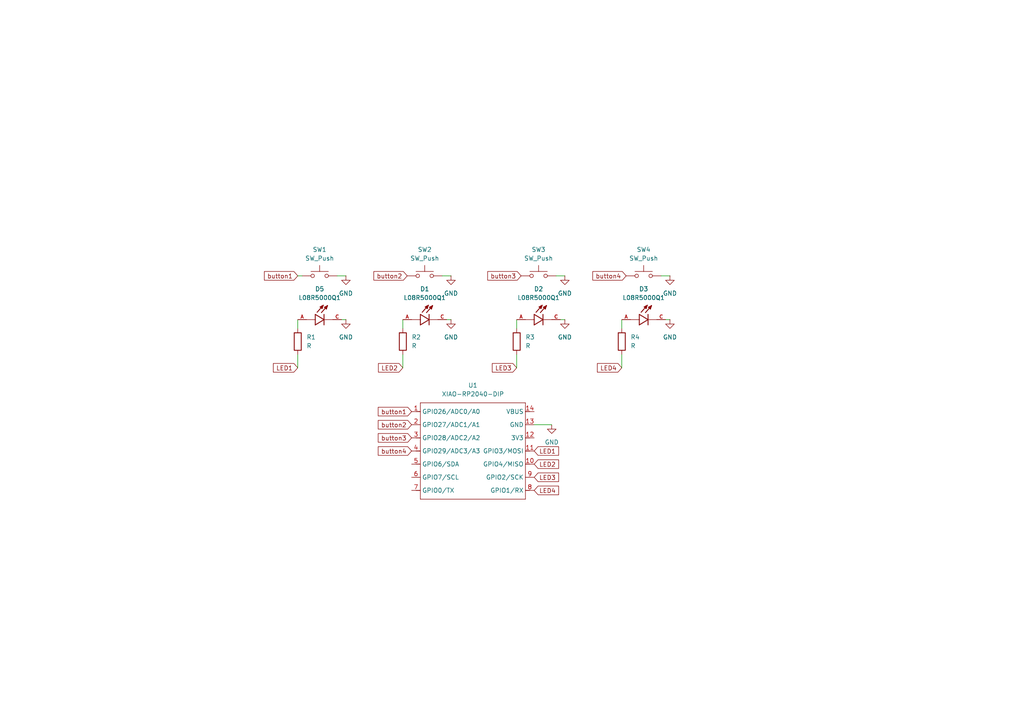
<source format=kicad_sch>
(kicad_sch (version 20250114) (generator "eeschema") (generator_version "9.0")
  (paper "A4")
  (lib_symbols
    (symbol "Device:R" (pin_numbers (hide yes)) (pin_names (offset 0))
      (property "Reference" "R" (at 2.032 0 90))
      (property "Value" "R" (at 0 0 90))
      (symbol "R_0_1"
        (rectangle (start -1.016 -2.54) (end 1.016 2.54) (stroke (width 0.254)))
      )
      (symbol "R_1_1"
        (pin passive line (at 0 3.81 270) (length 1.27) (name "~") (number "1"))
        (pin passive line (at 0 -3.81 90) (length 1.27) (name "~") (number "2"))
      )
    )
    (symbol "L08R5000Q1:L08R5000Q1" (pin_names (offset 1.016))
      (property "Reference" "D" (at -3.0988 4.4958 0))
      (property "Value" "L08R5000Q1" (at -3.556 -3.302 0))
      (symbol "L08R5000Q1_0_0"
        (polyline (pts (xy -2.54 1.524) (xy -2.54 0)) (stroke (width 0.254)))
        (polyline (pts (xy -2.54 0) (xy -5.08 0)) (stroke (width 0.1524)))
        (polyline (pts (xy -2.54 0) (xy -2.54 -1.524)) (stroke (width 0.254)))
        (polyline (pts (xy -2.54 -1.524) (xy 0 0)) (stroke (width 0.254)))
        (polyline (pts (xy -1.1176 3.683) (xy -0.2286 4.1656)) (stroke (width 0.254)))
        (polyline (pts (xy -0.9398 3.6068) (xy -0.7112 3.7592)) (stroke (width 0.254)))
        (polyline (pts (xy -0.5588 3.2004) (xy -1.1176 3.683)) (stroke (width 0.254)))
        (polyline (pts (xy -0.5588 3.2004) (xy -0.5334 3.937)) (stroke (width 0.254)))
        (polyline (pts (xy -0.5334 3.937) (xy -0.6604 3.937)) (stroke (width 0.254)))
        (polyline (pts (xy -0.2286 4.1656) (xy -2.0066 2.1336)) (stroke (width 0.254)))
        (polyline (pts (xy -0.2286 4.1656) (xy -0.5588 3.2004)) (stroke (width 0.254)))
        (polyline (pts (xy 0 1.524) (xy 0 0)) (stroke (width 0.254)))
        (polyline (pts (xy 0 0) (xy -2.54 1.524)) (stroke (width 0.254)))
        (polyline (pts (xy 0 0) (xy 0 -1.524)) (stroke (width 0.254)))
        (polyline (pts (xy 0.127 3.5814) (xy 1.016 4.064)) (stroke (width 0.254)))
        (polyline (pts (xy 0.3048 3.5052) (xy 0.5334 3.6576)) (stroke (width 0.254)))
        (polyline (pts (xy 0.6858 3.0988) (xy 0.127 3.5814)) (stroke (width 0.254)))
        (polyline (pts (xy 0.6858 3.0988) (xy 0.7112 3.8354)) (stroke (width 0.254)))
        (polyline (pts (xy 0.7112 3.8354) (xy 0.5842 3.8354)) (stroke (width 0.254)))
        (polyline (pts (xy 1.016 4.064) (xy -0.762 2.032)) (stroke (width 0.254)))
        (polyline (pts (xy 1.016 4.064) (xy 0.6858 3.0988)) (stroke (width 0.254)))
        (polyline (pts (xy 2.54 0) (xy 0 0)) (stroke (width 0.1524)))
        (pin passive line (at -7.62 0 0) (length 2.54) (name "~") (number "A"))
        (pin passive line (at 5.08 0 180) (length 2.54) (name "~") (number "C"))
      )
    )
    (symbol "OPL:XIAO-RP2040-DIP"
      (property "Reference" "U" (at 0 0 0))
      (property "Value" "XIAO-RP2040-DIP" (at 5.334 -1.778 0))
      (symbol "XIAO-RP2040-DIP_1_0"
        (polyline (pts (xy -1.27 -2.54) (xy 29.21 -2.54)) (stroke (width 0.1524)))
        (polyline (pts (xy -1.27 -5.08) (xy -2.54 -5.08)) (stroke (width 0.1524)))
        (polyline (pts (xy -1.27 -5.08) (xy -1.27 -2.54)) (stroke (width 0.1524)))
        (polyline (pts (xy -1.27 -8.89) (xy -2.54 -8.89)) (stroke (width 0.1524)))
        (polyline (pts (xy -1.27 -8.89) (xy -1.27 -5.08)) (stroke (width 0.1524)))
        (polyline (pts (xy -1.27 -12.7) (xy -2.54 -12.7)) (stroke (width 0.1524)))
        (polyline (pts (xy -1.27 -12.7) (xy -1.27 -8.89)) (stroke (width 0.1524)))
        (polyline (pts (xy -1.27 -16.51) (xy -2.54 -16.51)) (stroke (width 0.1524)))
        (polyline (pts (xy -1.27 -16.51) (xy -1.27 -12.7)) (stroke (width 0.1524)))
        (polyline (pts (xy -1.27 -20.32) (xy -2.54 -20.32)) (stroke (width 0.1524)))
        (polyline (pts (xy -1.27 -24.13) (xy -2.54 -24.13)) (stroke (width 0.1524)))
        (polyline (pts (xy -1.27 -27.94) (xy -2.54 -27.94)) (stroke (width 0.1524)))
        (polyline (pts (xy -1.27 -30.48) (xy -1.27 -16.51)) (stroke (width 0.1524)))
        (polyline (pts (xy 29.21 -2.54) (xy 29.21 -5.08)) (stroke (width 0.1524)))
        (polyline (pts (xy 29.21 -5.08) (xy 29.21 -8.89)) (stroke (width 0.1524)))
        (polyline (pts (xy 29.21 -8.89) (xy 29.21 -12.7)) (stroke (width 0.1524)))
        (polyline (pts (xy 29.21 -12.7) (xy 29.21 -30.48)) (stroke (width 0.1524)))
        (polyline (pts (xy 29.21 -30.48) (xy -1.27 -30.48)) (stroke (width 0.1524)))
        (polyline (pts (xy 30.48 -5.08) (xy 29.21 -5.08)) (stroke (width 0.1524)))
        (polyline (pts (xy 30.48 -8.89) (xy 29.21 -8.89)) (stroke (width 0.1524)))
        (polyline (pts (xy 30.48 -12.7) (xy 29.21 -12.7)) (stroke (width 0.1524)))
        (polyline (pts (xy 30.48 -16.51) (xy 29.21 -16.51)) (stroke (width 0.1524)))
        (polyline (pts (xy 30.48 -20.32) (xy 29.21 -20.32)) (stroke (width 0.1524)))
        (polyline (pts (xy 30.48 -24.13) (xy 29.21 -24.13)) (stroke (width 0.1524)))
        (polyline (pts (xy 30.48 -27.94) (xy 29.21 -27.94)) (stroke (width 0.1524)))
        (pin passive line (at -3.81 -5.08 0) (length 2.54) (name "GPIO26/ADC0/A0") (number "1"))
        (pin passive line (at -3.81 -8.89 0) (length 2.54) (name "GPIO27/ADC1/A1") (number "2"))
        (pin passive line (at -3.81 -12.7 0) (length 2.54) (name "GPIO28/ADC2/A2") (number "3"))
        (pin passive line (at -3.81 -16.51 0) (length 2.54) (name "GPIO29/ADC3/A3") (number "4"))
        (pin passive line (at -3.81 -20.32 0) (length 2.54) (name "GPIO6/SDA") (number "5"))
        (pin passive line (at -3.81 -24.13 0) (length 2.54) (name "GPIO7/SCL") (number "6"))
        (pin passive line (at -3.81 -27.94 0) (length 2.54) (name "GPIO0/TX") (number "7"))
        (pin passive line (at 31.75 -5.08 180) (length 2.54) (name "VBUS") (number "14"))
        (pin passive line (at 31.75 -8.89 180) (length 2.54) (name "GND") (number "13"))
        (pin passive line (at 31.75 -12.7 180) (length 2.54) (name "3V3") (number "12"))
        (pin passive line (at 31.75 -16.51 180) (length 2.54) (name "GPIO3/MOSI") (number "11"))
        (pin passive line (at 31.75 -20.32 180) (length 2.54) (name "GPIO4/MISO") (number "10"))
        (pin passive line (at 31.75 -24.13 180) (length 2.54) (name "GPIO2/SCK") (number "9"))
        (pin passive line (at 31.75 -27.94 180) (length 2.54) (name "GPIO1/RX") (number "8"))
      )
    )
    (symbol "Switch:SW_Push" (pin_numbers (hide yes)) (pin_names (offset 1.016) (hide yes))
      (property "Reference" "SW" (at 1.27 2.54 0))
      (property "Value" "SW_Push" (at 0 -1.524 0))
      (symbol "SW_Push_0_1"
        (circle (center -2.032 0) (radius 0.508))
        (polyline (pts (xy 0 1.27) (xy 0 3.048)))
        (circle (center 2.032 0) (radius 0.508))
        (polyline (pts (xy 2.54 1.27) (xy -2.54 1.27)))
        (pin passive line (at -5.08 0 0) (length 2.54) (name "1") (number "1"))
        (pin passive line (at 5.08 0 180) (length 2.54) (name "2") (number "2"))
      )
    )
    (symbol "power:GND" (power) (pin_numbers (hide yes)) (pin_names (offset 0) (hide yes))
      (property "Value" "GND" (at 0 -3.81 0))
      (symbol "GND_0_1"
        (polyline (pts (xy 0 0) (xy 0 -1.27) (xy 1.27 -1.27) (xy 0 -2.54) (xy -1.27 -1.27) (xy 0 -1.27)))
      )
      (symbol "GND_1_1"
        (pin power_in line (at 0 0 270) (length 0) (name "~") (number "1"))
      )
    )
  )
  (wire (pts (xy 129.54 92.71) (xy 130.81 92.71)))
  (wire (pts (xy 154.94 123.19) (xy 160.02 123.19)))
  (wire (pts (xy 193.04 92.71) (xy 194.31 92.71)))
  (wire (pts (xy 128.27 80.01) (xy 130.81 80.01)))
  (wire (pts (xy 161.29 80.01) (xy 163.83 80.01)))
  (wire (pts (xy 116.84 102.87) (xy 116.84 106.68)))
  (wire (pts (xy 162.56 92.71) (xy 163.83 92.71)))
  (wire (pts (xy 87.63 80.01) (xy 86.36 80.01)))
  (wire (pts (xy 149.86 95.25) (xy 149.86 92.71)))
  (wire (pts (xy 97.79 80.01) (xy 100.33 80.01)))
  (wire (pts (xy 86.36 95.25) (xy 86.36 92.71)))
  (wire (pts (xy 116.84 95.25) (xy 116.84 92.71)))
  (wire (pts (xy 99.06 92.71) (xy 100.33 92.71)))
  (wire (pts (xy 191.77 80.01) (xy 194.31 80.01)))
  (wire (pts (xy 86.36 102.87) (xy 86.36 106.68)))
  (wire (pts (xy 149.86 102.87) (xy 149.86 106.68)))
  (wire (pts (xy 180.34 95.25) (xy 180.34 92.71)))
  (wire (pts (xy 180.34 102.87) (xy 180.34 106.68)))
  (global_label "LED1" (shape input) (at 86.36 106.68 180) (property "Intersheetrefs" "${INTERSHEET_REFS}" (effects (hide yes))))
  (global_label "button3" (shape input) (at 151.13 80.01 180) (property "Intersheetrefs" "${INTERSHEET_REFS}" (effects (hide yes))))
  (global_label "button4" (shape input) (at 181.61 80.01 180) (property "Intersheetrefs" "${INTERSHEET_REFS}" (effects (hide yes))))
  (global_label "button3" (shape input) (at 119.38 127 180) (property "Intersheetrefs" "${INTERSHEET_REFS}" (effects (hide yes))))
  (global_label "LED4" (shape input) (at 180.34 106.68 180) (property "Intersheetrefs" "${INTERSHEET_REFS}" (effects (hide yes))))
  (global_label "LED3" (shape input) (at 149.86 106.68 180) (property "Intersheetrefs" "${INTERSHEET_REFS}" (effects (hide yes))))
  (global_label "LED2" (shape input) (at 154.94 134.62 0) (property "Intersheetrefs" "${INTERSHEET_REFS}" (effects (hide yes))))
  (global_label "LED4" (shape input) (at 154.94 142.24 0) (property "Intersheetrefs" "${INTERSHEET_REFS}" (effects (hide yes))))
  (global_label "button1" (shape input) (at 86.36 80.01 180) (property "Intersheetrefs" "${INTERSHEET_REFS}" (effects (hide yes))))
  (global_label "LED1" (shape input) (at 154.94 130.81 0) (property "Intersheetrefs" "${INTERSHEET_REFS}" (effects (hide yes))))
  (global_label "button4" (shape input) (at 119.38 130.81 180) (property "Intersheetrefs" "${INTERSHEET_REFS}" (effects (hide yes))))
  (global_label "button1" (shape input) (at 119.38 119.38 180) (property "Intersheetrefs" "${INTERSHEET_REFS}" (effects (hide yes))))
  (global_label "button2" (shape input) (at 118.11 80.01 180) (property "Intersheetrefs" "${INTERSHEET_REFS}" (effects (hide yes))))
  (global_label "button2" (shape input) (at 119.38 123.19 180) (property "Intersheetrefs" "${INTERSHEET_REFS}" (effects (hide yes))))
  (global_label "LED3" (shape input) (at 154.94 138.43 0) (property "Intersheetrefs" "${INTERSHEET_REFS}" (effects (hide yes))))
  (global_label "LED2" (shape input) (at 116.84 106.68 180) (property "Intersheetrefs" "${INTERSHEET_REFS}" (effects (hide yes))))
  (symbol (lib_id "Device:R") (at 86.36 99.06 0) (unit 1)
    (property "Reference" "R1" (at 88.9 97.7899 0) (effects (justify left)))
    (property "Value" "R" (at 88.9 100.3299 0) (effects (justify left)))
    (property "Footprint" "Resistor_THT:R_Axial_DIN0204_L3.6mm_D1.6mm_P5.08mm_Horizontal" (effects (hide yes)))
    (property "Description" "Resistor" (effects (hide yes)))
  )
  (symbol (lib_id "power:GND") (at 160.02 123.19 0) (unit 1)
    (property "Reference" "#PWR01" (effects (hide yes)))
    (property "Value" "GND" (at 160.02 128.27 0))
    (property "Description" "Power symbol creates a global label with name \"GND\" , ground" (effects (hide yes)))
  )
  (symbol (lib_id "L08R5000Q1:L08R5000Q1") (at 93.98 92.71 0) (unit 1)
    (property "Reference" "D5" (at 92.71 83.82 0))
    (property "Value" "L08R5000Q1" (at 92.71 86.36 0))
    (property "Footprint" "L08R5000Q1:LEDRD254W57D500H1070" (effects (hide yes)))
    (property "MF" "LED Technology" (effects (hide yes)))
    (property "MAXIMUM_PACKAGE_HEIGHT" "10.7mm" (effects (hide yes)))
    (property "Package" "None" (effects (hide yes)))
    (property "Price" "None" (effects (hide yes)))
    (property "Check_prices" "https://www.snapeda.com/parts/L08R5000Q1/LED+Technology/view-part/?ref=eda" (effects (hide yes)))
    (property "STANDARD" "IPC-7351B" (effects (hide yes)))
    (property "PARTREV" "NA" (effects (hide yes)))
    (property "SnapEDA_Link" "https://www.snapeda.com/parts/L08R5000Q1/LED+Technology/view-part/?ref=snap" (effects (hide yes)))
    (property "MP" "L08R5000Q1" (effects (hide yes)))
    (property "Description_1" "LED, 5MM, ORANGE; LED / Lamp Size: 5mm / T-1 3/4; LED Colour: Orange; Typ Luminous Intensity: 4.3mcd; Viewing Angle: ..." (effects (hide yes)))
    (property "Availability" "Not in stock" (effects (hide yes)))
    (property "MANUFACTURER" "LED TECHNOLOGY" (effects (hide yes)))
  )
  (symbol (lib_id "power:GND") (at 163.83 80.01 0) (unit 1)
    (property "Reference" "#PWR04" (effects (hide yes)))
    (property "Value" "GND" (at 163.83 85.09 0))
    (property "Description" "Power symbol creates a global label with name \"GND\" , ground" (effects (hide yes)))
  )
  (symbol (lib_id "Switch:SW_Push") (at 186.69 80.01 0) (unit 1)
    (property "Reference" "SW4" (at 186.69 72.39 0))
    (property "Value" "SW_Push" (at 186.69 74.93 0))
    (property "Footprint" "Button_Switch_Keyboard:SW_Cherry_MX_1.00u_PCB" (effects (hide yes)))
    (property "Description" "Push button switch, generic, two pins" (effects (hide yes)))
  )
  (symbol (lib_id "L08R5000Q1:L08R5000Q1") (at 124.46 92.71 0) (unit 1)
    (property "Reference" "D1" (at 123.19 83.82 0))
    (property "Value" "L08R5000Q1" (at 123.19 86.36 0))
    (property "Footprint" "L08R5000Q1:LEDRD254W57D500H1070" (effects (hide yes)))
    (property "MF" "LED Technology" (effects (hide yes)))
    (property "MAXIMUM_PACKAGE_HEIGHT" "10.7mm" (effects (hide yes)))
    (property "Package" "None" (effects (hide yes)))
    (property "Price" "None" (effects (hide yes)))
    (property "Check_prices" "https://www.snapeda.com/parts/L08R5000Q1/LED+Technology/view-part/?ref=eda" (effects (hide yes)))
    (property "STANDARD" "IPC-7351B" (effects (hide yes)))
    (property "PARTREV" "NA" (effects (hide yes)))
    (property "SnapEDA_Link" "https://www.snapeda.com/parts/L08R5000Q1/LED+Technology/view-part/?ref=snap" (effects (hide yes)))
    (property "MP" "L08R5000Q1" (effects (hide yes)))
    (property "Description_1" "LED, 5MM, ORANGE; LED / Lamp Size: 5mm / T-1 3/4; LED Colour: Orange; Typ Luminous Intensity: 4.3mcd; Viewing Angle: ..." (effects (hide yes)))
    (property "Availability" "Not in stock" (effects (hide yes)))
    (property "MANUFACTURER" "LED TECHNOLOGY" (effects (hide yes)))
  )
  (symbol (lib_id "power:GND") (at 163.83 92.71 0) (unit 1)
    (property "Reference" "#PWR08" (effects (hide yes)))
    (property "Value" "GND" (at 163.83 97.79 0))
    (property "Description" "Power symbol creates a global label with name \"GND\" , ground" (effects (hide yes)))
  )
  (symbol (lib_id "OPL:XIAO-RP2040-DIP") (at 123.19 114.3 0) (unit 1)
    (property "Reference" "U1" (at 137.16 111.76 0))
    (property "Value" "XIAO-RP2040-DIP" (at 137.16 114.3 0))
    (property "Footprint" "OPL:XIAO-RP2040-DIP" (effects (hide yes)))
  )
  (symbol (lib_id "Switch:SW_Push") (at 92.71 80.01 0) (unit 1)
    (property "Reference" "SW1" (at 92.71 72.39 0))
    (property "Value" "SW_Push" (at 92.71 74.93 0))
    (property "Footprint" "Button_Switch_Keyboard:SW_Cherry_MX_1.00u_PCB" (effects (hide yes)))
    (property "Description" "Push button switch, generic, two pins" (effects (hide yes)))
  )
  (symbol (lib_id "power:GND") (at 100.33 92.71 0) (unit 1)
    (property "Reference" "#PWR06" (effects (hide yes)))
    (property "Value" "GND" (at 100.33 97.79 0))
    (property "Description" "Power symbol creates a global label with name \"GND\" , ground" (effects (hide yes)))
  )
  (symbol (lib_id "L08R5000Q1:L08R5000Q1") (at 187.96 92.71 0) (unit 1)
    (property "Reference" "D3" (at 186.69 83.82 0))
    (property "Value" "L08R5000Q1" (at 186.69 86.36 0))
    (property "Footprint" "L08R5000Q1:LEDRD254W57D500H1070" (effects (hide yes)))
    (property "MF" "LED Technology" (effects (hide yes)))
    (property "MAXIMUM_PACKAGE_HEIGHT" "10.7mm" (effects (hide yes)))
    (property "Package" "None" (effects (hide yes)))
    (property "Price" "None" (effects (hide yes)))
    (property "Check_prices" "https://www.snapeda.com/parts/L08R5000Q1/LED+Technology/view-part/?ref=eda" (effects (hide yes)))
    (property "STANDARD" "IPC-7351B" (effects (hide yes)))
    (property "PARTREV" "NA" (effects (hide yes)))
    (property "SnapEDA_Link" "https://www.snapeda.com/parts/L08R5000Q1/LED+Technology/view-part/?ref=snap" (effects (hide yes)))
    (property "MP" "L08R5000Q1" (effects (hide yes)))
    (property "Description_1" "LED, 5MM, ORANGE; LED / Lamp Size: 5mm / T-1 3/4; LED Colour: Orange; Typ Luminous Intensity: 4.3mcd; Viewing Angle: ..." (effects (hide yes)))
    (property "Availability" "Not in stock" (effects (hide yes)))
    (property "MANUFACTURER" "LED TECHNOLOGY" (effects (hide yes)))
  )
  (symbol (lib_id "Device:R") (at 149.86 99.06 0) (unit 1)
    (property "Reference" "R3" (at 152.4 97.7899 0) (effects (justify left)))
    (property "Value" "R" (at 152.4 100.3299 0) (effects (justify left)))
    (property "Footprint" "Resistor_THT:R_Axial_DIN0204_L3.6mm_D1.6mm_P5.08mm_Horizontal" (effects (hide yes)))
    (property "Description" "Resistor" (effects (hide yes)))
  )
  (symbol (lib_id "Device:R") (at 116.84 99.06 0) (unit 1)
    (property "Reference" "R2" (at 119.38 97.7899 0) (effects (justify left)))
    (property "Value" "R" (at 119.38 100.3299 0) (effects (justify left)))
    (property "Footprint" "Resistor_THT:R_Axial_DIN0204_L3.6mm_D1.6mm_P5.08mm_Horizontal" (effects (hide yes)))
    (property "Description" "Resistor" (effects (hide yes)))
  )
  (symbol (lib_id "power:GND") (at 194.31 80.01 0) (unit 1)
    (property "Reference" "#PWR05" (effects (hide yes)))
    (property "Value" "GND" (at 194.31 85.09 0))
    (property "Description" "Power symbol creates a global label with name \"GND\" , ground" (effects (hide yes)))
  )
  (symbol (lib_id "Device:R") (at 180.34 99.06 0) (unit 1)
    (property "Reference" "R4" (at 182.88 97.7899 0) (effects (justify left)))
    (property "Value" "R" (at 182.88 100.3299 0) (effects (justify left)))
    (property "Footprint" "Resistor_THT:R_Axial_DIN0204_L3.6mm_D1.6mm_P5.08mm_Horizontal" (effects (hide yes)))
    (property "Description" "Resistor" (effects (hide yes)))
  )
  (symbol (lib_id "power:GND") (at 194.31 92.71 0) (unit 1)
    (property "Reference" "#PWR09" (effects (hide yes)))
    (property "Value" "GND" (at 194.31 97.79 0))
    (property "Description" "Power symbol creates a global label with name \"GND\" , ground" (effects (hide yes)))
  )
  (symbol (lib_id "power:GND") (at 130.81 92.71 0) (unit 1)
    (property "Reference" "#PWR07" (effects (hide yes)))
    (property "Value" "GND" (at 130.81 97.79 0))
    (property "Description" "Power symbol creates a global label with name \"GND\" , ground" (effects (hide yes)))
  )
  (symbol (lib_id "power:GND") (at 100.33 80.01 0) (unit 1)
    (property "Reference" "#PWR02" (effects (hide yes)))
    (property "Value" "GND" (at 100.33 85.09 0))
    (property "Description" "Power symbol creates a global label with name \"GND\" , ground" (effects (hide yes)))
  )
  (symbol (lib_id "Switch:SW_Push") (at 156.21 80.01 0) (unit 1)
    (property "Reference" "SW3" (at 156.21 72.39 0))
    (property "Value" "SW_Push" (at 156.21 74.93 0))
    (property "Footprint" "Button_Switch_Keyboard:SW_Cherry_MX_1.00u_PCB" (effects (hide yes)))
    (property "Description" "Push button switch, generic, two pins" (effects (hide yes)))
  )
  (symbol (lib_id "power:GND") (at 130.81 80.01 0) (unit 1)
    (property "Reference" "#PWR03" (effects (hide yes)))
    (property "Value" "GND" (at 130.81 85.09 0))
    (property "Description" "Power symbol creates a global label with name \"GND\" , ground" (effects (hide yes)))
  )
  (symbol (lib_id "L08R5000Q1:L08R5000Q1") (at 157.48 92.71 0) (unit 1)
    (property "Reference" "D2" (at 156.21 83.82 0))
    (property "Value" "L08R5000Q1" (at 156.21 86.36 0))
    (property "Footprint" "L08R5000Q1:LEDRD254W57D500H1070" (effects (hide yes)))
    (property "MF" "LED Technology" (effects (hide yes)))
    (property "MAXIMUM_PACKAGE_HEIGHT" "10.7mm" (effects (hide yes)))
    (property "Package" "None" (effects (hide yes)))
    (property "Price" "None" (effects (hide yes)))
    (property "Check_prices" "https://www.snapeda.com/parts/L08R5000Q1/LED+Technology/view-part/?ref=eda" (effects (hide yes)))
    (property "STANDARD" "IPC-7351B" (effects (hide yes)))
    (property "PARTREV" "NA" (effects (hide yes)))
    (property "SnapEDA_Link" "https://www.snapeda.com/parts/L08R5000Q1/LED+Technology/view-part/?ref=snap" (effects (hide yes)))
    (property "MP" "L08R5000Q1" (effects (hide yes)))
    (property "Description_1" "LED, 5MM, ORANGE; LED / Lamp Size: 5mm / T-1 3/4; LED Colour: Orange; Typ Luminous Intensity: 4.3mcd; Viewing Angle: ..." (effects (hide yes)))
    (property "Availability" "Not in stock" (effects (hide yes)))
    (property "MANUFACTURER" "LED TECHNOLOGY" (effects (hide yes)))
  )
  (symbol (lib_id "Switch:SW_Push") (at 123.19 80.01 0) (unit 1)
    (property "Reference" "SW2" (at 123.19 72.39 0))
    (property "Value" "SW_Push" (at 123.19 74.93 0))
    (property "Footprint" "Button_Switch_Keyboard:SW_Cherry_MX_1.00u_PCB" (effects (hide yes)))
    (property "Description" "Push button switch, generic, two pins" (effects (hide yes)))
  )
)
</source>
